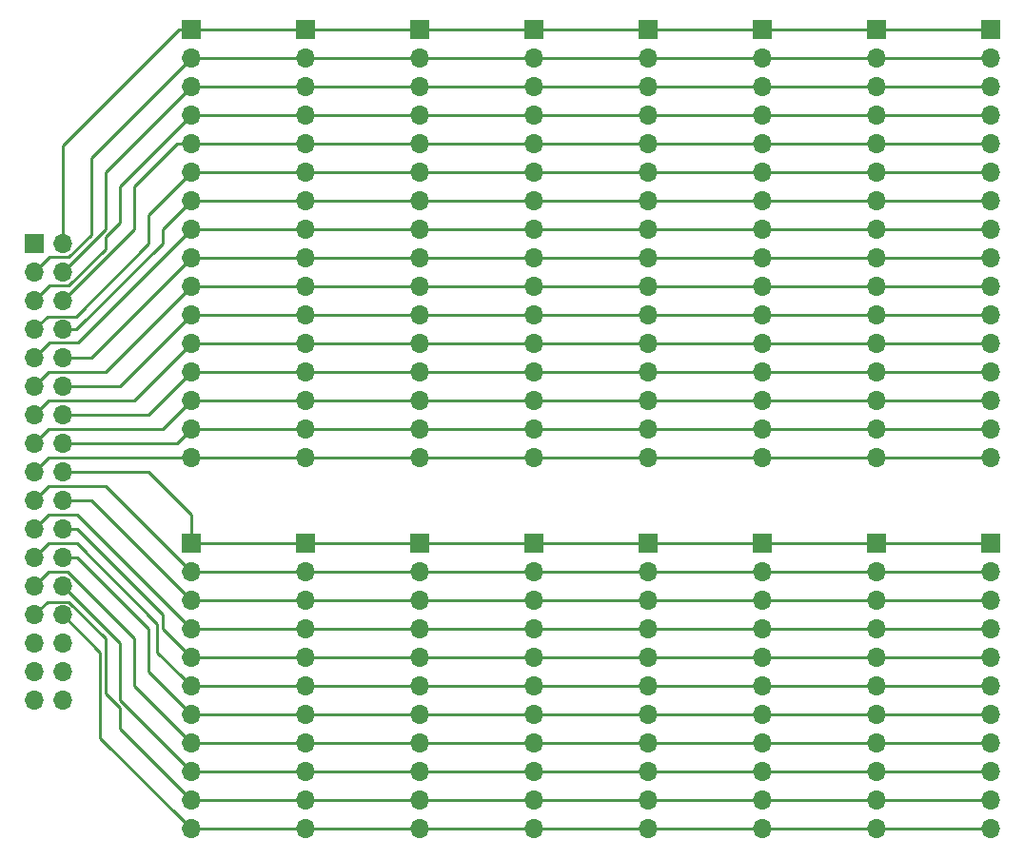
<source format=gbr>
G04 #@! TF.GenerationSoftware,KiCad,Pcbnew,(5.1.2-1)-1*
G04 #@! TF.CreationDate,2019-07-09T22:00:00+10:00*
G04 #@! TF.ProjectId,b1,62312e6b-6963-4616-945f-706362585858,rev?*
G04 #@! TF.SameCoordinates,Original*
G04 #@! TF.FileFunction,Copper,L1,Top*
G04 #@! TF.FilePolarity,Positive*
%FSLAX46Y46*%
G04 Gerber Fmt 4.6, Leading zero omitted, Abs format (unit mm)*
G04 Created by KiCad (PCBNEW (5.1.2-1)-1) date 2019-07-09 22:00:00*
%MOMM*%
%LPD*%
G04 APERTURE LIST*
%ADD10O,1.700000X1.700000*%
%ADD11R,1.700000X1.700000*%
%ADD12C,0.250000*%
G04 APERTURE END LIST*
D10*
X179070000Y-115570000D03*
X179070000Y-113030000D03*
X179070000Y-110490000D03*
X179070000Y-107950000D03*
X179070000Y-105410000D03*
X179070000Y-102870000D03*
X179070000Y-100330000D03*
X179070000Y-97790000D03*
X179070000Y-95250000D03*
X179070000Y-92710000D03*
D11*
X179070000Y-90170000D03*
D10*
X168910000Y-115570000D03*
X168910000Y-113030000D03*
X168910000Y-110490000D03*
X168910000Y-107950000D03*
X168910000Y-105410000D03*
X168910000Y-102870000D03*
X168910000Y-100330000D03*
X168910000Y-97790000D03*
X168910000Y-95250000D03*
X168910000Y-92710000D03*
D11*
X168910000Y-90170000D03*
D10*
X158750000Y-115570000D03*
X158750000Y-113030000D03*
X158750000Y-110490000D03*
X158750000Y-107950000D03*
X158750000Y-105410000D03*
X158750000Y-102870000D03*
X158750000Y-100330000D03*
X158750000Y-97790000D03*
X158750000Y-95250000D03*
X158750000Y-92710000D03*
D11*
X158750000Y-90170000D03*
D10*
X148590000Y-115570000D03*
X148590000Y-113030000D03*
X148590000Y-110490000D03*
X148590000Y-107950000D03*
X148590000Y-105410000D03*
X148590000Y-102870000D03*
X148590000Y-100330000D03*
X148590000Y-97790000D03*
X148590000Y-95250000D03*
X148590000Y-92710000D03*
D11*
X148590000Y-90170000D03*
D10*
X138430000Y-115570000D03*
X138430000Y-113030000D03*
X138430000Y-110490000D03*
X138430000Y-107950000D03*
X138430000Y-105410000D03*
X138430000Y-102870000D03*
X138430000Y-100330000D03*
X138430000Y-97790000D03*
X138430000Y-95250000D03*
X138430000Y-92710000D03*
D11*
X138430000Y-90170000D03*
D10*
X128270000Y-115570000D03*
X128270000Y-113030000D03*
X128270000Y-110490000D03*
X128270000Y-107950000D03*
X128270000Y-105410000D03*
X128270000Y-102870000D03*
X128270000Y-100330000D03*
X128270000Y-97790000D03*
X128270000Y-95250000D03*
X128270000Y-92710000D03*
D11*
X128270000Y-90170000D03*
D10*
X118110000Y-115570000D03*
X118110000Y-113030000D03*
X118110000Y-110490000D03*
X118110000Y-107950000D03*
X118110000Y-105410000D03*
X118110000Y-102870000D03*
X118110000Y-100330000D03*
X118110000Y-97790000D03*
X118110000Y-95250000D03*
X118110000Y-92710000D03*
D11*
X118110000Y-90170000D03*
D10*
X107950000Y-115570000D03*
X107950000Y-113030000D03*
X107950000Y-110490000D03*
X107950000Y-107950000D03*
X107950000Y-105410000D03*
X107950000Y-102870000D03*
X107950000Y-100330000D03*
X107950000Y-97790000D03*
X107950000Y-95250000D03*
X107950000Y-92710000D03*
D11*
X107950000Y-90170000D03*
D10*
X179070000Y-82550000D03*
X179070000Y-80010000D03*
X179070000Y-77470000D03*
X179070000Y-74930000D03*
X179070000Y-72390000D03*
X179070000Y-69850000D03*
X179070000Y-67310000D03*
X179070000Y-64770000D03*
X179070000Y-62230000D03*
X179070000Y-59690000D03*
X179070000Y-57150000D03*
X179070000Y-54610000D03*
X179070000Y-52070000D03*
X179070000Y-49530000D03*
X179070000Y-46990000D03*
D11*
X179070000Y-44450000D03*
D10*
X168910000Y-82550000D03*
X168910000Y-80010000D03*
X168910000Y-77470000D03*
X168910000Y-74930000D03*
X168910000Y-72390000D03*
X168910000Y-69850000D03*
X168910000Y-67310000D03*
X168910000Y-64770000D03*
X168910000Y-62230000D03*
X168910000Y-59690000D03*
X168910000Y-57150000D03*
X168910000Y-54610000D03*
X168910000Y-52070000D03*
X168910000Y-49530000D03*
X168910000Y-46990000D03*
D11*
X168910000Y-44450000D03*
D10*
X158750000Y-82550000D03*
X158750000Y-80010000D03*
X158750000Y-77470000D03*
X158750000Y-74930000D03*
X158750000Y-72390000D03*
X158750000Y-69850000D03*
X158750000Y-67310000D03*
X158750000Y-64770000D03*
X158750000Y-62230000D03*
X158750000Y-59690000D03*
X158750000Y-57150000D03*
X158750000Y-54610000D03*
X158750000Y-52070000D03*
X158750000Y-49530000D03*
X158750000Y-46990000D03*
D11*
X158750000Y-44450000D03*
D10*
X148590000Y-82550000D03*
X148590000Y-80010000D03*
X148590000Y-77470000D03*
X148590000Y-74930000D03*
X148590000Y-72390000D03*
X148590000Y-69850000D03*
X148590000Y-67310000D03*
X148590000Y-64770000D03*
X148590000Y-62230000D03*
X148590000Y-59690000D03*
X148590000Y-57150000D03*
X148590000Y-54610000D03*
X148590000Y-52070000D03*
X148590000Y-49530000D03*
X148590000Y-46990000D03*
D11*
X148590000Y-44450000D03*
D10*
X138430000Y-82550000D03*
X138430000Y-80010000D03*
X138430000Y-77470000D03*
X138430000Y-74930000D03*
X138430000Y-72390000D03*
X138430000Y-69850000D03*
X138430000Y-67310000D03*
X138430000Y-64770000D03*
X138430000Y-62230000D03*
X138430000Y-59690000D03*
X138430000Y-57150000D03*
X138430000Y-54610000D03*
X138430000Y-52070000D03*
X138430000Y-49530000D03*
X138430000Y-46990000D03*
D11*
X138430000Y-44450000D03*
D10*
X128270000Y-82550000D03*
X128270000Y-80010000D03*
X128270000Y-77470000D03*
X128270000Y-74930000D03*
X128270000Y-72390000D03*
X128270000Y-69850000D03*
X128270000Y-67310000D03*
X128270000Y-64770000D03*
X128270000Y-62230000D03*
X128270000Y-59690000D03*
X128270000Y-57150000D03*
X128270000Y-54610000D03*
X128270000Y-52070000D03*
X128270000Y-49530000D03*
X128270000Y-46990000D03*
D11*
X128270000Y-44450000D03*
D10*
X118110000Y-82550000D03*
X118110000Y-80010000D03*
X118110000Y-77470000D03*
X118110000Y-74930000D03*
X118110000Y-72390000D03*
X118110000Y-69850000D03*
X118110000Y-67310000D03*
X118110000Y-64770000D03*
X118110000Y-62230000D03*
X118110000Y-59690000D03*
X118110000Y-57150000D03*
X118110000Y-54610000D03*
X118110000Y-52070000D03*
X118110000Y-49530000D03*
X118110000Y-46990000D03*
D11*
X118110000Y-44450000D03*
D10*
X107950000Y-82550000D03*
X107950000Y-80010000D03*
X107950000Y-77470000D03*
X107950000Y-74930000D03*
X107950000Y-72390000D03*
X107950000Y-69850000D03*
X107950000Y-67310000D03*
X107950000Y-64770000D03*
X107950000Y-62230000D03*
X107950000Y-59690000D03*
X107950000Y-57150000D03*
X107950000Y-54610000D03*
X107950000Y-52070000D03*
X107950000Y-49530000D03*
X107950000Y-46990000D03*
D11*
X107950000Y-44450000D03*
D10*
X96520000Y-104140000D03*
X93980000Y-104140000D03*
X96520000Y-101600000D03*
X93980000Y-101600000D03*
X96520000Y-99060000D03*
X93980000Y-99060000D03*
X96520000Y-96520000D03*
X93980000Y-96520000D03*
X96520000Y-93980000D03*
X93980000Y-93980000D03*
X96520000Y-91440000D03*
X93980000Y-91440000D03*
X96520000Y-88900000D03*
X93980000Y-88900000D03*
X96520000Y-86360000D03*
X93980000Y-86360000D03*
X96520000Y-83820000D03*
X93980000Y-83820000D03*
X96520000Y-81280000D03*
X93980000Y-81280000D03*
X96520000Y-78740000D03*
X93980000Y-78740000D03*
X96520000Y-76200000D03*
X93980000Y-76200000D03*
X96520000Y-73660000D03*
X93980000Y-73660000D03*
X96520000Y-71120000D03*
X93980000Y-71120000D03*
X96520000Y-68580000D03*
X93980000Y-68580000D03*
X96520000Y-66040000D03*
X93980000Y-66040000D03*
X96520000Y-63500000D03*
D11*
X93980000Y-63500000D03*
D12*
X93980000Y-81280000D02*
X95250000Y-80010000D01*
X105410000Y-80010000D02*
X107950000Y-77470000D01*
X95250000Y-80010000D02*
X105410000Y-80010000D01*
X107950000Y-77470000D02*
X119380000Y-77470000D01*
X119380000Y-77470000D02*
X118110000Y-77470000D01*
X118110000Y-77470000D02*
X128270000Y-77470000D01*
X128270000Y-77470000D02*
X138430000Y-77470000D01*
X138430000Y-77470000D02*
X148590000Y-77470000D01*
X148590000Y-77470000D02*
X158750000Y-77470000D01*
X158750000Y-77470000D02*
X168910000Y-77470000D01*
X168910000Y-77470000D02*
X179070000Y-77470000D01*
X104140000Y-78740000D02*
X107950000Y-74930000D01*
X96520000Y-78740000D02*
X104140000Y-78740000D01*
X107950000Y-74930000D02*
X118110000Y-74930000D01*
X118110000Y-74930000D02*
X128270000Y-74930000D01*
X128270000Y-74930000D02*
X138430000Y-74930000D01*
X138430000Y-74930000D02*
X148590000Y-74930000D01*
X148590000Y-74930000D02*
X158750000Y-74930000D01*
X158750000Y-74930000D02*
X168910000Y-74930000D01*
X168910000Y-74930000D02*
X179070000Y-74930000D01*
X102870000Y-77470000D02*
X107950000Y-72390000D01*
X95250000Y-77470000D02*
X102870000Y-77470000D01*
X93980000Y-78740000D02*
X95250000Y-77470000D01*
X107950000Y-72390000D02*
X118110000Y-72390000D01*
X118110000Y-72390000D02*
X128270000Y-72390000D01*
X128270000Y-72390000D02*
X138430000Y-72390000D01*
X138430000Y-72390000D02*
X148590000Y-72390000D01*
X148590000Y-72390000D02*
X158750000Y-72390000D01*
X158750000Y-72390000D02*
X168910000Y-72390000D01*
X168910000Y-72390000D02*
X179070000Y-72390000D01*
X101600000Y-76200000D02*
X107950000Y-69850000D01*
X96520000Y-76200000D02*
X101600000Y-76200000D01*
X107950000Y-69850000D02*
X118110000Y-69850000D01*
X118110000Y-69850000D02*
X128270000Y-69850000D01*
X128270000Y-69850000D02*
X138430000Y-69850000D01*
X138430000Y-69850000D02*
X148590000Y-69850000D01*
X148590000Y-69850000D02*
X158750000Y-69850000D01*
X167640000Y-69850000D02*
X179070000Y-69850000D01*
X158750000Y-69850000D02*
X167640000Y-69850000D01*
X167640000Y-69850000D02*
X168910000Y-69850000D01*
X93980000Y-76200000D02*
X95250000Y-74930000D01*
X100330000Y-74930000D02*
X107950000Y-67310000D01*
X95250000Y-74930000D02*
X100330000Y-74930000D01*
X107950000Y-67310000D02*
X118110000Y-67310000D01*
X118110000Y-67310000D02*
X128270000Y-67310000D01*
X128270000Y-67310000D02*
X138430000Y-67310000D01*
X148590000Y-67310000D02*
X138430000Y-67310000D01*
X148590000Y-67310000D02*
X158750000Y-67310000D01*
X158750000Y-67310000D02*
X168910000Y-67310000D01*
X168910000Y-67310000D02*
X179070000Y-67310000D01*
X99060000Y-73660000D02*
X107950000Y-64770000D01*
X96520000Y-73660000D02*
X99060000Y-73660000D01*
X107950000Y-64770000D02*
X118110000Y-64770000D01*
X118110000Y-64770000D02*
X128270000Y-64770000D01*
X137160000Y-64770000D02*
X148590000Y-64770000D01*
X128270000Y-64770000D02*
X137160000Y-64770000D01*
X137160000Y-64770000D02*
X138430000Y-64770000D01*
X148590000Y-64770000D02*
X158750000Y-64770000D01*
X158750000Y-64770000D02*
X168910000Y-64770000D01*
X168910000Y-64770000D02*
X179070000Y-64770000D01*
X95344999Y-72295001D02*
X97884999Y-72295001D01*
X93980000Y-73660000D02*
X95344999Y-72295001D01*
X105410000Y-64770000D02*
X107950000Y-62230000D01*
X97884999Y-72295001D02*
X105410000Y-64770000D01*
X107950000Y-62230000D02*
X118110000Y-62230000D01*
X118110000Y-62230000D02*
X128270000Y-62230000D01*
X128270000Y-62230000D02*
X138430000Y-62230000D01*
X138430000Y-62230000D02*
X148590000Y-62230000D01*
X148590000Y-62230000D02*
X158750000Y-62230000D01*
X158750000Y-62230000D02*
X168910000Y-62230000D01*
X168910000Y-62230000D02*
X179070000Y-62230000D01*
X97722081Y-71120000D02*
X105410000Y-63432081D01*
X96520000Y-71120000D02*
X97722081Y-71120000D01*
X105410000Y-62230000D02*
X107950000Y-59690000D01*
X105410000Y-63432081D02*
X105410000Y-62230000D01*
X107950000Y-59690000D02*
X118110000Y-59690000D01*
X118110000Y-59690000D02*
X128270000Y-59690000D01*
X137160000Y-59690000D02*
X148590000Y-59690000D01*
X128270000Y-59690000D02*
X137160000Y-59690000D01*
X137160000Y-59690000D02*
X138430000Y-59690000D01*
X148590000Y-59690000D02*
X158750000Y-59690000D01*
X158750000Y-59690000D02*
X168910000Y-59690000D01*
X168910000Y-59690000D02*
X179070000Y-59690000D01*
X95155001Y-69944999D02*
X97695001Y-69944999D01*
X93980000Y-71120000D02*
X95155001Y-69944999D01*
X97695001Y-69944999D02*
X104140000Y-63500000D01*
X104140000Y-60960000D02*
X107950000Y-57150000D01*
X104140000Y-63500000D02*
X104140000Y-60960000D01*
X107950000Y-57150000D02*
X118110000Y-57150000D01*
X118110000Y-57150000D02*
X128270000Y-57150000D01*
X128270000Y-57150000D02*
X138430000Y-57150000D01*
X138430000Y-57150000D02*
X148590000Y-57150000D01*
X148590000Y-57150000D02*
X158750000Y-57150000D01*
X158750000Y-57150000D02*
X168910000Y-57150000D01*
X168910000Y-57150000D02*
X179070000Y-57150000D01*
X102870000Y-58420000D02*
X106680000Y-54610000D01*
X102870000Y-62230000D02*
X102870000Y-58420000D01*
X106680000Y-54610000D02*
X107950000Y-54610000D01*
X96520000Y-68580000D02*
X102870000Y-62230000D01*
X107950000Y-54610000D02*
X118110000Y-54610000D01*
X118110000Y-54610000D02*
X128270000Y-54610000D01*
X128270000Y-54610000D02*
X138430000Y-54610000D01*
X138430000Y-54610000D02*
X148590000Y-54610000D01*
X148590000Y-54610000D02*
X158750000Y-54610000D01*
X158750000Y-54610000D02*
X168910000Y-54610000D01*
X168910000Y-54610000D02*
X179070000Y-54610000D01*
X100330000Y-63969002D02*
X100330000Y-62866410D01*
X97084001Y-67215001D02*
X100330000Y-63969002D01*
X95344999Y-67215001D02*
X97084001Y-67215001D01*
X93980000Y-68580000D02*
X95344999Y-67215001D01*
X100330000Y-62866410D02*
X101600000Y-61596410D01*
X101600000Y-58420000D02*
X107950000Y-52070000D01*
X101600000Y-61596410D02*
X101600000Y-58420000D01*
X107950000Y-52070000D02*
X118110000Y-52070000D01*
X118110000Y-52070000D02*
X128270000Y-52070000D01*
X128270000Y-52070000D02*
X138430000Y-52070000D01*
X138430000Y-52070000D02*
X148590000Y-52070000D01*
X148590000Y-52070000D02*
X158750000Y-52070000D01*
X158750000Y-52070000D02*
X168910000Y-52070000D01*
X168910000Y-52070000D02*
X179070000Y-52070000D01*
X96520000Y-66040000D02*
X100330000Y-62230000D01*
X100330000Y-57150000D02*
X107950000Y-49530000D01*
X100330000Y-62230000D02*
X100330000Y-57150000D01*
X107950000Y-49530000D02*
X118110000Y-49530000D01*
X118110000Y-49530000D02*
X128270000Y-49530000D01*
X128270000Y-49530000D02*
X138430000Y-49530000D01*
X138430000Y-49530000D02*
X148590000Y-49530000D01*
X148590000Y-49530000D02*
X158750000Y-49530000D01*
X158750000Y-49530000D02*
X168910000Y-49530000D01*
X168910000Y-49530000D02*
X179070000Y-49530000D01*
X97084001Y-64675001D02*
X99060000Y-62699002D01*
X95344999Y-64675001D02*
X97084001Y-64675001D01*
X93980000Y-66040000D02*
X95344999Y-64675001D01*
X99060000Y-55880000D02*
X107950000Y-46990000D01*
X99060000Y-62699002D02*
X99060000Y-55880000D01*
X107950000Y-46990000D02*
X118110000Y-46990000D01*
X118110000Y-46990000D02*
X128270000Y-46990000D01*
X128270000Y-46990000D02*
X138430000Y-46990000D01*
X138430000Y-46990000D02*
X148590000Y-46990000D01*
X148590000Y-46990000D02*
X158750000Y-46990000D01*
X158750000Y-46990000D02*
X168910000Y-46990000D01*
X168910000Y-46990000D02*
X179070000Y-46990000D01*
X107100001Y-114720001D02*
X107950000Y-115570000D01*
X99879991Y-107499991D02*
X107100001Y-114720001D01*
X99879991Y-99879991D02*
X99879991Y-107499991D01*
X96520000Y-96520000D02*
X99879991Y-99879991D01*
X107950000Y-115570000D02*
X118110000Y-115570000D01*
X118110000Y-115570000D02*
X128270000Y-115570000D01*
X128270000Y-115570000D02*
X138430000Y-115570000D01*
X138430000Y-115570000D02*
X148590000Y-115570000D01*
X148590000Y-115570000D02*
X158750000Y-115570000D01*
X158750000Y-115570000D02*
X168910000Y-115570000D01*
X168910000Y-115570000D02*
X179070000Y-115570000D01*
X97084001Y-95344999D02*
X100330000Y-98590998D01*
X95155001Y-95344999D02*
X97084001Y-95344999D01*
X93980000Y-96520000D02*
X95155001Y-95344999D01*
X100330000Y-103506410D02*
X101600000Y-104776410D01*
X100330000Y-98590998D02*
X100330000Y-103506410D01*
X101600000Y-106680000D02*
X107950000Y-113030000D01*
X101600000Y-104776410D02*
X101600000Y-106680000D01*
X107950000Y-113030000D02*
X118110000Y-113030000D01*
X118110000Y-113030000D02*
X128270000Y-113030000D01*
X128270000Y-113030000D02*
X138430000Y-113030000D01*
X138430000Y-113030000D02*
X148590000Y-113030000D01*
X148590000Y-113030000D02*
X158750000Y-113030000D01*
X158750000Y-113030000D02*
X168910000Y-113030000D01*
X168910000Y-113030000D02*
X179070000Y-113030000D01*
X101600000Y-104140000D02*
X107950000Y-110490000D01*
X101600000Y-99060000D02*
X101600000Y-104140000D01*
X96520000Y-93980000D02*
X101600000Y-99060000D01*
X107950000Y-110490000D02*
X118110000Y-110490000D01*
X118110000Y-110490000D02*
X128270000Y-110490000D01*
X128270000Y-110490000D02*
X138430000Y-110490000D01*
X138430000Y-110490000D02*
X148590000Y-110490000D01*
X148590000Y-110490000D02*
X158750000Y-110490000D01*
X158750000Y-110490000D02*
X168910000Y-110490000D01*
X168910000Y-110490000D02*
X179070000Y-110490000D01*
X102870000Y-98590998D02*
X102870000Y-102870000D01*
X96989002Y-92710000D02*
X102870000Y-98590998D01*
X102870000Y-102870000D02*
X107950000Y-107950000D01*
X95250000Y-92710000D02*
X96989002Y-92710000D01*
X93980000Y-93980000D02*
X95250000Y-92710000D01*
X107950000Y-107950000D02*
X118110000Y-107950000D01*
X118110000Y-107950000D02*
X128270000Y-107950000D01*
X128270000Y-107950000D02*
X138430000Y-107950000D01*
X138430000Y-107950000D02*
X148590000Y-107950000D01*
X148590000Y-107950000D02*
X158750000Y-107950000D01*
X158750000Y-107950000D02*
X168910000Y-107950000D01*
X168910000Y-107950000D02*
X177800000Y-107950000D01*
X177800000Y-107950000D02*
X179070000Y-107950000D01*
X96520000Y-91440000D02*
X97790000Y-91440000D01*
X97790000Y-91440000D02*
X104140000Y-97790000D01*
X104140000Y-101600000D02*
X107950000Y-105410000D01*
X104140000Y-97790000D02*
X104140000Y-101600000D01*
X107950000Y-105410000D02*
X118110000Y-105410000D01*
X118110000Y-105410000D02*
X128270000Y-105410000D01*
X128270000Y-105410000D02*
X138430000Y-105410000D01*
X138430000Y-105410000D02*
X148590000Y-105410000D01*
X148590000Y-105410000D02*
X158750000Y-105410000D01*
X158750000Y-105410000D02*
X168910000Y-105410000D01*
X168910000Y-105410000D02*
X179070000Y-105410000D01*
X107950000Y-102870000D02*
X118110000Y-102870000D01*
X107100001Y-102020001D02*
X107950000Y-102870000D01*
X104959990Y-99879990D02*
X107100001Y-102020001D01*
X104959990Y-97339990D02*
X104959990Y-99879990D01*
X97790000Y-90170000D02*
X104959990Y-97339990D01*
X95250000Y-90170000D02*
X97790000Y-90170000D01*
X93980000Y-91440000D02*
X95250000Y-90170000D01*
X118110000Y-102870000D02*
X128270000Y-102870000D01*
X128270000Y-102870000D02*
X138430000Y-102870000D01*
X138430000Y-102870000D02*
X148590000Y-102870000D01*
X148590000Y-102870000D02*
X158750000Y-102870000D01*
X158750000Y-102870000D02*
X168910000Y-102870000D01*
X168910000Y-102870000D02*
X179070000Y-102870000D01*
X97790000Y-88900000D02*
X105410000Y-96520000D01*
X105410000Y-97790000D02*
X107950000Y-100330000D01*
X105410000Y-96520000D02*
X105410000Y-97790000D01*
X96520000Y-88900000D02*
X97790000Y-88900000D01*
X107950000Y-100330000D02*
X118110000Y-100330000D01*
X118110000Y-100330000D02*
X128270000Y-100330000D01*
X128270000Y-100330000D02*
X138430000Y-100330000D01*
X138430000Y-100330000D02*
X148590000Y-100330000D01*
X148590000Y-100330000D02*
X158750000Y-100330000D01*
X167640000Y-100330000D02*
X179070000Y-100330000D01*
X158750000Y-100330000D02*
X167640000Y-100330000D01*
X167640000Y-100330000D02*
X168910000Y-100330000D01*
X93980000Y-88900000D02*
X95250000Y-87630000D01*
X95250000Y-87630000D02*
X97790000Y-87630000D01*
X97790000Y-87630000D02*
X107950000Y-97790000D01*
X107950000Y-97790000D02*
X118110000Y-97790000D01*
X118110000Y-97790000D02*
X128270000Y-97790000D01*
X128270000Y-97790000D02*
X138430000Y-97790000D01*
X138430000Y-97790000D02*
X148590000Y-97790000D01*
X148590000Y-97790000D02*
X158750000Y-97790000D01*
X158750000Y-97790000D02*
X168910000Y-97790000D01*
X168910000Y-97790000D02*
X179070000Y-97790000D01*
X99060000Y-86360000D02*
X107950000Y-95250000D01*
X96520000Y-86360000D02*
X99060000Y-86360000D01*
X107950000Y-95250000D02*
X118110000Y-95250000D01*
X118110000Y-95250000D02*
X128270000Y-95250000D01*
X128270000Y-95250000D02*
X138430000Y-95250000D01*
X138430000Y-95250000D02*
X148590000Y-95250000D01*
X148590000Y-95250000D02*
X158750000Y-95250000D01*
X158750000Y-95250000D02*
X168910000Y-95250000D01*
X168910000Y-95250000D02*
X179070000Y-95250000D01*
X93980000Y-86360000D02*
X95250000Y-85090000D01*
X95250000Y-85090000D02*
X100330000Y-85090000D01*
X100330000Y-85090000D02*
X107950000Y-92710000D01*
X107950000Y-92710000D02*
X118110000Y-92710000D01*
X118110000Y-92710000D02*
X127000000Y-92710000D01*
X128270000Y-92710000D02*
X138430000Y-92710000D01*
X147320000Y-92710000D02*
X158750000Y-92710000D01*
X138430000Y-92710000D02*
X147320000Y-92710000D01*
X147320000Y-92710000D02*
X148590000Y-92710000D01*
X158750000Y-92710000D02*
X168910000Y-92710000D01*
X168910000Y-92710000D02*
X179070000Y-92710000D01*
X118110000Y-92710000D02*
X128270000Y-92710000D01*
X96520000Y-83820000D02*
X104140000Y-83820000D01*
X107950000Y-87630000D02*
X107950000Y-90170000D01*
X104140000Y-83820000D02*
X107950000Y-87630000D01*
X107950000Y-90170000D02*
X118110000Y-90170000D01*
X118110000Y-90170000D02*
X128270000Y-90170000D01*
X128270000Y-90170000D02*
X138430000Y-90170000D01*
X138430000Y-90170000D02*
X148590000Y-90170000D01*
X148590000Y-90170000D02*
X158750000Y-90170000D01*
X158750000Y-90170000D02*
X168910000Y-90170000D01*
X168910000Y-90170000D02*
X179070000Y-90170000D01*
X93980000Y-83820000D02*
X95250000Y-82550000D01*
X95250000Y-82550000D02*
X107950000Y-82550000D01*
X107950000Y-82550000D02*
X118110000Y-82550000D01*
X118110000Y-82550000D02*
X128270000Y-82550000D01*
X128270000Y-82550000D02*
X138430000Y-82550000D01*
X138430000Y-82550000D02*
X148590000Y-82550000D01*
X148590000Y-82550000D02*
X158750000Y-82550000D01*
X158750000Y-82550000D02*
X168910000Y-82550000D01*
X168910000Y-82550000D02*
X179070000Y-82550000D01*
X106680000Y-81280000D02*
X107950000Y-80010000D01*
X96520000Y-81280000D02*
X106680000Y-81280000D01*
X107950000Y-80010000D02*
X118110000Y-80010000D01*
X128270000Y-80010000D02*
X138430000Y-80010000D01*
X138430000Y-80010000D02*
X148590000Y-80010000D01*
X148590000Y-80010000D02*
X158750000Y-80010000D01*
X158750000Y-80010000D02*
X168910000Y-80010000D01*
X168910000Y-80010000D02*
X179070000Y-80010000D01*
X118110000Y-80010000D02*
X128270000Y-80010000D01*
X107950000Y-44450000D02*
X118110000Y-44450000D01*
X118110000Y-44450000D02*
X128270000Y-44450000D01*
X128270000Y-44450000D02*
X138430000Y-44450000D01*
X138430000Y-44450000D02*
X148590000Y-44450000D01*
X148590000Y-44450000D02*
X158750000Y-44450000D01*
X158750000Y-44450000D02*
X168910000Y-44450000D01*
X168910000Y-44450000D02*
X179070000Y-44450000D01*
X96520000Y-62297919D02*
X96520000Y-63500000D01*
X96520000Y-54780000D02*
X96520000Y-62297919D01*
X106850000Y-44450000D02*
X96520000Y-54780000D01*
X107950000Y-44450000D02*
X106850000Y-44450000D01*
M02*

</source>
